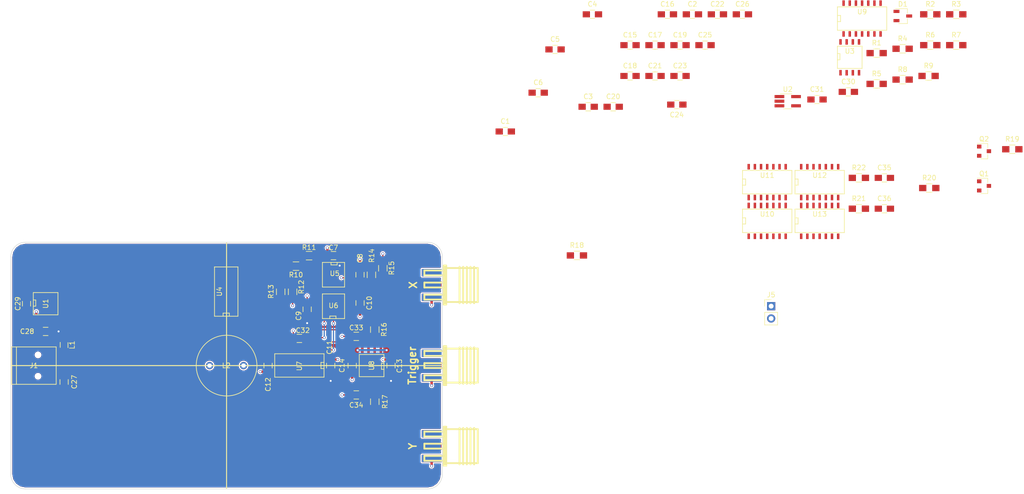
<source format=kicad_pcb>
(kicad_pcb (version 4) (host pcbnew 4.0.7)
  (layers (0 F.Cu signal) (1 GND1.Cu signal) (2 GND2.Cu signal) (31 B.Cu signal) (34 B.Paste user) (35 F.Paste user) (36 B.SilkS user) (37 F.SilkS user) (38 B.Mask user) (39 F.Mask user) (44 Edge.Cuts user))
  (net 0 "")
  (net 1 +VDC)
  (net 2 GNDREF)
  (net 3 -VDC)
  (net 4 "Net-(C27-Pad1)")
  (net 5 "Net-(C29-Pad1)")
  (net 6 "Net-(C30-Pad1)")
  (net 7 "Net-(C31-Pad1)")
  (net 8 "Net-(C32-Pad1)")
  (net 9 "Net-(C33-Pad1)")
  (net 10 "Net-(C34-Pad1)")
  (net 11 "Net-(C35-Pad1)")
  (net 12 "Net-(C36-Pad1)")
  (net 13 "Net-(D1-Pad1)")
  (net 14 "Net-(D1-Pad2)")
  (net 15 "Net-(J1-Pad2)")
  (net 16 "Net-(J1-Pad3)")
  (net 17 "Net-(J1-Pad4)")
  (net 18 "Net-(J2-Pad1)")
  (net 19 "Net-(J3-Pad1)")
  (net 20 "Net-(J4-Pad1)")
  (net 21 "Net-(Q1-Pad1)")
  (net 22 CLOCK_CYCLE_0)
  (net 23 CLOCK_CYCLE_2)
  (net 24 "Net-(R4-Pad1)")
  (net 25 "Net-(R5-Pad2)")
  (net 26 "Net-(R6-Pad1)")
  (net 27 "Net-(R7-Pad2)")
  (net 28 COORDINATE)
  (net 29 "Net-(R10-Pad2)")
  (net 30 "Net-(R12-Pad1)")
  (net 31 "Net-(R13-Pad2)")
  (net 32 "Net-(R14-Pad1)")
  (net 33 "Net-(R14-Pad2)")
  (net 34 FRACTAL_X)
  (net 35 FRACTAL_Y)
  (net 36 FRACTAL_TRIGGER)
  (net 37 CHUA_ATTRACTOR)
  (net 38 CLOCK)
  (net 39 "Net-(U3-Pad6)")
  (net 40 "Net-(U3-Pad5)")
  (net 41 "Net-(U4-Pad6)")
  (net 42 "Net-(U4-Pad8)")
  (net 43 "Net-(U4-Pad9)")
  (net 44 "Net-(U5-Pad3)")
  (net 45 "Net-(U5-Pad2)")
  (net 46 "Net-(U6-Pad1)")
  (net 47 CLOCK_CYCLE_3)
  (net 48 CLOCK_CYCLE_1)
  (net 49 "Net-(U9-Pad4)")
  (net 50 RESET)
  (net 51 "Net-(U9-Pad8)")
  (net 52 "Net-(U9-Pad10)")
  (net 53 "Net-(U10-Pad6)")
  (net 54 "Net-(U10-Pad8)")
  (net 55 "Net-(U10-Pad9)")
  (net 56 "Net-(U11-Pad6)")
  (net 57 "Net-(U11-Pad8)")
  (net 58 "Net-(U11-Pad9)")
  (net 59 "Net-(U12-Pad6)")
  (net 60 "Net-(U12-Pad8)")
  (net 61 "Net-(U12-Pad9)")
  (net 62 "Net-(U13-Pad6)")
  (net 63 "Net-(U13-Pad8)")
  (net 64 "Net-(J5-Pad1)")
  (module Capacitors_SMD:C_0805_HandSoldering (layer F.Cu) (at 206.975001 48.465)
    (fp_text reference C1 (at 0 -2.1) (layer F.SilkS))
    (fp_text value 0.1uF)
    (pad 1 smd rect (at -1.25 0) (size 1.5 1.25) (layers F.Cu F.Paste F.Mask) (net 1 +VDC))
    (pad 2 smd rect (at 1.25 0) (size 1.5 1.25) (layers F.Cu F.Paste F.Mask) (net 2 GNDREF))
  )
  (module Capacitors_SMD:C_0805_HandSoldering (layer F.Cu) (at 245.525001 24.325)
    (fp_text reference C2 (at 0 -2.1) (layer F.SilkS))
    (fp_text value 0.1uF)
    (pad 1 smd rect (at -1.25 0) (size 1.5 1.25) (layers F.Cu F.Paste F.Mask) (net 2 GNDREF))
    (pad 2 smd rect (at 1.25 0) (size 1.5 1.25) (layers F.Cu F.Paste F.Mask) (net 3 -VDC))
  )
  (module Capacitors_SMD:C_0805_HandSoldering (layer F.Cu) (at 224.055001 43.375)
    (fp_text reference C3 (at 0 -2.1) (layer F.SilkS))
    (fp_text value 0.1uF)
    (pad 1 smd rect (at -1.25 0) (size 1.5 1.25) (layers F.Cu F.Paste F.Mask) (net 1 +VDC))
    (pad 2 smd rect (at 1.25 0) (size 1.5 1.25) (layers F.Cu F.Paste F.Mask) (net 2 GNDREF))
  )
  (module Capacitors_SMD:C_0805_HandSoldering (layer F.Cu) (at 224.925001 24.325)
    (fp_text reference C4 (at 0 -2.1) (layer F.SilkS))
    (fp_text value 0.1uF)
    (pad 1 smd rect (at -1.25 0) (size 1.5 1.25) (layers F.Cu F.Paste F.Mask) (net 2 GNDREF))
    (pad 2 smd rect (at 1.25 0) (size 1.5 1.25) (layers F.Cu F.Paste F.Mask) (net 3 -VDC))
  )
  (module Capacitors_SMD:C_0805_HandSoldering (layer F.Cu) (at 217.225001 31.555)
    (fp_text reference C5 (at 0 -2.1) (layer F.SilkS))
    (fp_text value 0.1uF)
    (pad 1 smd rect (at -1.25 0) (size 1.5 1.25) (layers F.Cu F.Paste F.Mask) (net 1 +VDC))
    (pad 2 smd rect (at 1.25 0) (size 1.5 1.25) (layers F.Cu F.Paste F.Mask) (net 2 GNDREF))
  )
  (module Capacitors_SMD:C_0805_HandSoldering (layer F.Cu) (at 213.755001 40.475)
    (fp_text reference C6 (at 0 -2.1) (layer F.SilkS))
    (fp_text value 0.1uF)
    (pad 1 smd rect (at -1.25 0) (size 1.5 1.25) (layers F.Cu F.Paste F.Mask) (net 2 GNDREF))
    (pad 2 smd rect (at 1.25 0) (size 1.5 1.25) (layers F.Cu F.Paste F.Mask) (net 3 -VDC))
  )
  (module Capacitors_SMD:C_0805_HandSoldering (layer F.Cu) (at 171.577 74.041 180)
    (fp_text reference C7 (at 0.027 1.641 180) (layer F.SilkS))
    (fp_text value 0.1uF)
    (pad 1 smd rect (at -1.25 0 180) (size 1.5 1.25) (layers F.Cu F.Paste F.Mask) (net 1 +VDC))
    (pad 2 smd rect (at 1.25 0 180) (size 1.5 1.25) (layers F.Cu F.Paste F.Mask) (net 2 GNDREF))
  )
  (module Capacitors_SMD:C_0805_HandSoldering (layer F.Cu) (at 177.038 77.978 270)
    (fp_text reference C8 (at -3.378 -0.012 270) (layer F.SilkS))
    (fp_text value 0.1uF)
    (pad 1 smd rect (at -1.25 0 270) (size 1.5 1.25) (layers F.Cu F.Paste F.Mask) (net 2 GNDREF))
    (pad 2 smd rect (at 1.25 0 270) (size 1.5 1.25) (layers F.Cu F.Paste F.Mask) (net 3 -VDC))
  )
  (module Capacitors_SMD:C_0805_HandSoldering (layer F.Cu) (at 166.15 85.1 90)
    (fp_text reference C9 (at -1.35 -1.75 90) (layer F.SilkS))
    (fp_text value 0.1uF)
    (pad 1 smd rect (at -1.25 0 90) (size 1.5 1.25) (layers F.Cu F.Paste F.Mask) (net 1 +VDC))
    (pad 2 smd rect (at 1.25 0 90) (size 1.5 1.25) (layers F.Cu F.Paste F.Mask) (net 2 GNDREF))
  )
  (module Capacitors_SMD:C_0805_HandSoldering (layer F.Cu) (at 177.05 83.8 90)
    (fp_text reference C10 (at 0 1.905 90) (layer F.SilkS))
    (fp_text value 0.1uF)
    (pad 1 smd rect (at -1.25 0 90) (size 1.5 1.25) (layers F.Cu F.Paste F.Mask) (net 2 GNDREF))
    (pad 2 smd rect (at 1.25 0 90) (size 1.5 1.25) (layers F.Cu F.Paste F.Mask) (net 3 -VDC))
  )
  (module Capacitors_SMD:C_0805_HandSoldering (layer F.Cu) (at 171 96.7 90)
    (fp_text reference C11 (at 3.75 -0.25 90) (layer F.SilkS))
    (fp_text value 0.1uF)
    (pad 1 smd rect (at -1.25 0 90) (size 1.5 1.25) (layers F.Cu F.Paste F.Mask) (net 1 +VDC))
    (pad 2 smd rect (at 1.25 0 90) (size 1.5 1.25) (layers F.Cu F.Paste F.Mask) (net 2 GNDREF))
  )
  (module Capacitors_SMD:C_0805_HandSoldering (layer F.Cu) (at 158.1 96.7 90)
    (fp_text reference C12 (at -3.9 0 90) (layer F.SilkS))
    (fp_text value 0.1uF)
    (pad 1 smd rect (at -1.25 0 90) (size 1.5 1.25) (layers F.Cu F.Paste F.Mask) (net 2 GNDREF))
    (pad 2 smd rect (at 1.25 0 90) (size 1.5 1.25) (layers F.Cu F.Paste F.Mask) (net 3 -VDC))
  )
  (module Capacitors_SMD:C_0805_HandSoldering (layer F.Cu) (at 183.429 96.7 90)
    (fp_text reference C13 (at -0.074 1.737 90) (layer F.SilkS))
    (fp_text value 0.1uF)
    (pad 1 smd rect (at -1.25 0 90) (size 1.5 1.25) (layers F.Cu F.Paste F.Mask) (net 1 +VDC))
    (pad 2 smd rect (at 1.25 0 90) (size 1.5 1.25) (layers F.Cu F.Paste F.Mask) (net 2 GNDREF))
  )
  (module Capacitors_SMD:C_0805_HandSoldering (layer F.Cu) (at 175.429 96.7 90)
    (fp_text reference C14 (at 0 -2.1 90) (layer F.SilkS))
    (fp_text value 0.1uF)
    (pad 1 smd rect (at -1.25 0 90) (size 1.5 1.25) (layers F.Cu F.Paste F.Mask) (net 2 GNDREF))
    (pad 2 smd rect (at 1.25 0 90) (size 1.5 1.25) (layers F.Cu F.Paste F.Mask) (net 3 -VDC))
  )
  (module Capacitors_SMD:C_0805_HandSoldering (layer F.Cu) (at 232.675001 30.675)
    (fp_text reference C15 (at 0 -2.1) (layer F.SilkS))
    (fp_text value 0.1uF)
    (pad 1 smd rect (at -1.25 0) (size 1.5 1.25) (layers F.Cu F.Paste F.Mask) (net 1 +VDC))
    (pad 2 smd rect (at 1.25 0) (size 1.5 1.25) (layers F.Cu F.Paste F.Mask) (net 2 GNDREF))
  )
  (module Capacitors_SMD:C_0805_HandSoldering (layer F.Cu) (at 240.375001 24.325)
    (fp_text reference C16 (at 0 -2.1) (layer F.SilkS))
    (fp_text value 0.1uF)
    (pad 1 smd rect (at -1.25 0) (size 1.5 1.25) (layers F.Cu F.Paste F.Mask) (net 2 GNDREF))
    (pad 2 smd rect (at 1.25 0) (size 1.5 1.25) (layers F.Cu F.Paste F.Mask) (net 3 -VDC))
  )
  (module Capacitors_SMD:C_0805_HandSoldering (layer F.Cu) (at 237.825001 30.675)
    (fp_text reference C17 (at 0 -2.1) (layer F.SilkS))
    (fp_text value 0.1uF)
    (pad 1 smd rect (at -1.25 0) (size 1.5 1.25) (layers F.Cu F.Paste F.Mask) (net 1 +VDC))
    (pad 2 smd rect (at 1.25 0) (size 1.5 1.25) (layers F.Cu F.Paste F.Mask) (net 2 GNDREF))
  )
  (module Capacitors_SMD:C_0805_HandSoldering (layer F.Cu) (at 232.675001 37.025)
    (fp_text reference C18 (at 0 -2.1) (layer F.SilkS))
    (fp_text value 0.1uF)
    (pad 1 smd rect (at -1.25 0) (size 1.5 1.25) (layers F.Cu F.Paste F.Mask) (net 2 GNDREF))
    (pad 2 smd rect (at 1.25 0) (size 1.5 1.25) (layers F.Cu F.Paste F.Mask) (net 3 -VDC))
  )
  (module Capacitors_SMD:C_0805_HandSoldering (layer F.Cu) (at 242.975001 30.675)
    (fp_text reference C19 (at 0 -2.1) (layer F.SilkS))
    (fp_text value 0.1uF)
    (pad 1 smd rect (at -1.25 0) (size 1.5 1.25) (layers F.Cu F.Paste F.Mask) (net 1 +VDC))
    (pad 2 smd rect (at 1.25 0) (size 1.5 1.25) (layers F.Cu F.Paste F.Mask) (net 2 GNDREF))
  )
  (module Capacitors_SMD:C_0805_HandSoldering (layer F.Cu) (at 229.205001 43.375)
    (fp_text reference C20 (at 0 -2.1) (layer F.SilkS))
    (fp_text value 0.1uF)
    (pad 1 smd rect (at -1.25 0) (size 1.5 1.25) (layers F.Cu F.Paste F.Mask) (net 2 GNDREF))
    (pad 2 smd rect (at 1.25 0) (size 1.5 1.25) (layers F.Cu F.Paste F.Mask) (net 3 -VDC))
  )
  (module Capacitors_SMD:C_0805_HandSoldering (layer F.Cu) (at 237.825001 37.025)
    (fp_text reference C21 (at 0 -2.1) (layer F.SilkS))
    (fp_text value 0.1uF)
    (pad 1 smd rect (at -1.25 0) (size 1.5 1.25) (layers F.Cu F.Paste F.Mask) (net 1 +VDC))
    (pad 2 smd rect (at 1.25 0) (size 1.5 1.25) (layers F.Cu F.Paste F.Mask) (net 2 GNDREF))
  )
  (module Capacitors_SMD:C_0805_HandSoldering (layer F.Cu) (at 250.675001 24.325)
    (fp_text reference C22 (at 0 -2.1) (layer F.SilkS))
    (fp_text value 0.1uF)
    (pad 1 smd rect (at -1.25 0) (size 1.5 1.25) (layers F.Cu F.Paste F.Mask) (net 2 GNDREF))
    (pad 2 smd rect (at 1.25 0) (size 1.5 1.25) (layers F.Cu F.Paste F.Mask) (net 3 -VDC))
  )
  (module Capacitors_SMD:C_0805_HandSoldering (layer F.Cu) (at 242.975001 37.025)
    (fp_text reference C23 (at 0 -2.1) (layer F.SilkS))
    (fp_text value 0.1uF)
    (pad 1 smd rect (at -1.25 0) (size 1.5 1.25) (layers F.Cu F.Paste F.Mask) (net 1 +VDC))
    (pad 2 smd rect (at 1.25 0) (size 1.5 1.25) (layers F.Cu F.Paste F.Mask) (net 2 GNDREF))
  )
  (module Capacitors_SMD:C_0805_HandSoldering (layer F.Cu) (at 242.316 42.926 180)
    (fp_text reference C24 (at 0 -2.1 180) (layer F.SilkS))
    (fp_text value 0.1uF)
    (pad 1 smd rect (at -1.25 0 180) (size 1.5 1.25) (layers F.Cu F.Paste F.Mask) (net 2 GNDREF))
    (pad 2 smd rect (at 1.25 0 180) (size 1.5 1.25) (layers F.Cu F.Paste F.Mask) (net 3 -VDC))
  )
  (module Capacitors_SMD:C_0805_HandSoldering (layer F.Cu) (at 248.125001 30.675)
    (fp_text reference C25 (at 0 -2.1) (layer F.SilkS))
    (fp_text value 10uF)
    (pad 1 smd rect (at -1.25 0) (size 1.5 1.25) (layers F.Cu F.Paste F.Mask) (net 1 +VDC))
    (pad 2 smd rect (at 1.25 0) (size 1.5 1.25) (layers F.Cu F.Paste F.Mask) (net 2 GNDREF))
  )
  (module Capacitors_SMD:C_0805_HandSoldering (layer F.Cu) (at 255.825001 24.325)
    (fp_text reference C26 (at 0 -2.1) (layer F.SilkS))
    (fp_text value 10uF)
    (pad 1 smd rect (at -1.25 0) (size 1.5 1.25) (layers F.Cu F.Paste F.Mask) (net 2 GNDREF))
    (pad 2 smd rect (at 1.25 0) (size 1.5 1.25) (layers F.Cu F.Paste F.Mask) (net 3 -VDC))
  )
  (module Capacitors_SMD:C_0805_HandSoldering (layer F.Cu) (at 116.078 100.076 270)
    (fp_text reference C27 (at 0 -2.1 270) (layer F.SilkS))
    (fp_text value 0.1uF)
    (pad 1 smd rect (at -1.25 0 270) (size 1.5 1.25) (layers F.Cu F.Paste F.Mask) (net 4 "Net-(C27-Pad1)"))
    (pad 2 smd rect (at 1.25 0 270) (size 1.5 1.25) (layers F.Cu F.Paste F.Mask) (net 3 -VDC))
  )
  (module Capacitors_SMD:C_0805_HandSoldering (layer F.Cu) (at 112.268 89.662 180)
    (fp_text reference C28 (at 3.81 0 180) (layer F.SilkS))
    (fp_text value 10uF)
    (pad 1 smd rect (at -1.25 0 180) (size 1.5 1.25) (layers F.Cu F.Paste F.Mask) (net 1 +VDC))
    (pad 2 smd rect (at 1.25 0 180) (size 1.5 1.25) (layers F.Cu F.Paste F.Mask) (net 3 -VDC))
  )
  (module Capacitors_SMD:C_0805_HandSoldering (layer F.Cu) (at 108.331 83.947 270)
    (fp_text reference C29 (at 0 1.778 270) (layer F.SilkS))
    (fp_text value 0.1uF)
    (pad 1 smd rect (at -1.25 0 270) (size 1.5 1.25) (layers F.Cu F.Paste F.Mask) (net 5 "Net-(C29-Pad1)"))
    (pad 2 smd rect (at 1.25 0 270) (size 1.5 1.25) (layers F.Cu F.Paste F.Mask) (net 3 -VDC))
  )
  (module Capacitors_SMD:C_0805_HandSoldering (layer F.Cu) (at 277.655001 40.305)
    (fp_text reference C30 (at 0 -2.1) (layer F.SilkS))
    (fp_text value 0.1uF)
    (pad 1 smd rect (at -1.25 0) (size 1.5 1.25) (layers F.Cu F.Paste F.Mask) (net 6 "Net-(C30-Pad1)"))
    (pad 2 smd rect (at 1.25 0) (size 1.5 1.25) (layers F.Cu F.Paste F.Mask) (net 2 GNDREF))
  )
  (module Capacitors_SMD:C_0805_HandSoldering (layer F.Cu) (at 271.197619 41.875)
    (fp_text reference C31 (at 0 -2.1) (layer F.SilkS))
    (fp_text value 0.01uF)
    (pad 1 smd rect (at -1.25 0) (size 1.5 1.25) (layers F.Cu F.Paste F.Mask) (net 7 "Net-(C31-Pad1)"))
    (pad 2 smd rect (at 1.25 0) (size 1.5 1.25) (layers F.Cu F.Paste F.Mask) (net 2 GNDREF))
  )
  (module Capacitors_SMD:C_0805_HandSoldering (layer F.Cu) (at 164.55 91.1 180)
    (fp_text reference C32 (at -0.7 1.65 180) (layer F.SilkS))
    (fp_text value 1500pF)
    (pad 1 smd rect (at -1.25 0 180) (size 1.5 1.25) (layers F.Cu F.Paste F.Mask) (net 8 "Net-(C32-Pad1)"))
    (pad 2 smd rect (at 1.25 0 180) (size 1.5 1.25) (layers F.Cu F.Paste F.Mask) (net 2 GNDREF))
  )
  (module Capacitors_SMD:C_0805_HandSoldering (layer F.Cu) (at 176.276 90.678 180)
    (fp_text reference C33 (at 0 1.778 180) (layer F.SilkS))
    (fp_text value 1500pF)
    (pad 1 smd rect (at -1.25 0 180) (size 1.5 1.25) (layers F.Cu F.Paste F.Mask) (net 9 "Net-(C33-Pad1)"))
    (pad 2 smd rect (at 1.25 0 180) (size 1.5 1.25) (layers F.Cu F.Paste F.Mask) (net 2 GNDREF))
  )
  (module Capacitors_SMD:C_0805_HandSoldering (layer F.Cu) (at 176.276 102.743 180)
    (fp_text reference C34 (at 0 -2.1 180) (layer F.SilkS))
    (fp_text value 1500pF)
    (pad 1 smd rect (at -1.25 0 180) (size 1.5 1.25) (layers F.Cu F.Paste F.Mask) (net 10 "Net-(C34-Pad1)"))
    (pad 2 smd rect (at 1.25 0 180) (size 1.5 1.25) (layers F.Cu F.Paste F.Mask) (net 2 GNDREF))
  )
  (module Capacitors_SMD:C_0805_HandSoldering (layer F.Cu) (at 285.075001 58.025)
    (fp_text reference C35 (at 0 -2.1) (layer F.SilkS))
    (fp_text value 0.1uF)
    (pad 1 smd rect (at -1.25 0) (size 1.5 1.25) (layers F.Cu F.Paste F.Mask) (net 11 "Net-(C35-Pad1)"))
    (pad 2 smd rect (at 1.25 0) (size 1.5 1.25) (layers F.Cu F.Paste F.Mask) (net 3 -VDC))
  )
  (module Capacitors_SMD:C_0805_HandSoldering (layer F.Cu) (at 285.075001 64.375)
    (fp_text reference C36 (at 0 -2.1) (layer F.SilkS))
    (fp_text value 0.1uF)
    (pad 1 smd rect (at -1.25 0) (size 1.5 1.25) (layers F.Cu F.Paste F.Mask) (net 12 "Net-(C36-Pad1)"))
    (pad 2 smd rect (at 1.25 0) (size 1.5 1.25) (layers F.Cu F.Paste F.Mask) (net 3 -VDC))
  )
  (module TO_SOT_Packages_SMD:TSOT-23 (layer F.Cu) (at 288.878095 24.675)
    (fp_text reference D1 (at 0 -2.45) (layer F.SilkS))
    (fp_text value BAT54S)
    (pad 1 smd rect (at -1.31 -0.95) (size 1.22 0.65) (layers F.Cu F.Paste F.Mask) (net 13 "Net-(D1-Pad1)"))
    (pad 2 smd rect (at -1.31 0.95) (size 1.22 0.65) (layers F.Cu F.Paste F.Mask) (net 14 "Net-(D1-Pad2)"))
    (pad 3 smd rect (at 1.31 0) (size 1.22 0.65) (layers F.Cu F.Paste F.Mask) (net 7 "Net-(C31-Pad1)"))
  )
  (module Connect:USB_Mini-B (layer F.Cu) (at 109.85 96.7)
    (fp_text reference J1 (at 0 0) (layer F.SilkS))
    (fp_text value USB_OTG)
    (pad 1 smd rect (at 3.44932 -1.6002) (size 2.30124 0.50038) (layers F.Cu F.Paste F.Mask) (net 4 "Net-(C27-Pad1)"))
    (pad 2 smd rect (at 3.44932 -0.8001) (size 2.30124 0.50038) (layers F.Cu F.Paste F.Mask) (net 15 "Net-(J1-Pad2)"))
    (pad 3 smd rect (at 3.44932 0) (size 2.30124 0.50038) (layers F.Cu F.Paste F.Mask) (net 16 "Net-(J1-Pad3)"))
    (pad 4 smd rect (at 3.44932 0.8001) (size 2.30124 0.50038) (layers F.Cu F.Paste F.Mask) (net 17 "Net-(J1-Pad4)"))
    (pad 5 smd rect (at 3.44932 1.6002) (size 2.30124 0.50038) (layers F.Cu F.Paste F.Mask) (net 3 -VDC))
    (pad 6 smd rect (at 3.35026 -4.45008) (size 2.49936 1.99898) (layers F.Cu F.Paste F.Mask) (net 3 -VDC))
    (pad 6 smd rect (at -2.14884 -4.45008) (size 2.49936 1.99898) (layers F.Cu F.Paste F.Mask) (net 3 -VDC))
    (pad 6 smd rect (at 3.35026 4.45008) (size 2.49936 1.99898) (layers F.Cu F.Paste F.Mask) (net 3 -VDC))
    (pad 6 smd rect (at -2.14884 4.45008) (size 2.49936 1.99898) (layers F.Cu F.Paste F.Mask) (net 3 -VDC))
    (pad "" np_thru_hole circle (at 0.8509 -2.19964) (size 0.89916 0.89916) (drill 0.89916) (layers *.Cu *.Mask))
    (pad "" np_thru_hole circle (at 0.8509 2.19964) (size 0.89916 0.89916) (drill 0.89916) (layers *.Cu *.Mask))
  )
  (module CON-SMA-EDGE:CON-SMA-EDGE (layer F.Cu) (at 191.8 80.1 90)
    (fp_text reference X (at 0 -3.8 270) (layer F.SilkS) (effects (font (thickness 0.3048))))
    (fp_text value X hide)
    (pad 1 smd rect (at 0 0 90) (size 1.524 4.064) (layers F.Cu F.Paste F.Mask) (net 18 "Net-(J2-Pad1)"))
    (pad 2 smd rect (at -2.54 0 90) (size 1.524 4.064) (layers F.Cu F.Paste F.Mask) (net 2 GNDREF))
    (pad 4 smd rect (at 2.54 0 90) (size 1.524 4.064) (layers F.Cu F.Paste F.Mask))
    (pad 3 smd rect (at -2.54 0 90) (size 1.524 4.064) (layers B.Cu B.Paste B.Mask))
    (pad 5 smd rect (at 2.54 0 90) (size 1.524 4.064) (layers B.Cu B.Paste B.Mask))
  )
  (module CON-SMA-EDGE:CON-SMA-EDGE (layer F.Cu) (at 191.8 113.3 90)
    (fp_text reference Y (at 0 -3.9 270) (layer F.SilkS) (effects (font (thickness 0.3048))))
    (fp_text value Y hide)
    (pad 1 smd rect (at 0 0 90) (size 1.524 4.064) (layers F.Cu F.Paste F.Mask) (net 19 "Net-(J3-Pad1)"))
    (pad 2 smd rect (at -2.54 0 90) (size 1.524 4.064) (layers F.Cu F.Paste F.Mask) (net 2 GNDREF))
    (pad 4 smd rect (at 2.54 0 90) (size 1.524 4.064) (layers F.Cu F.Paste F.Mask))
    (pad 3 smd rect (at -2.54 0 90) (size 1.524 4.064) (layers B.Cu B.Paste B.Mask))
    (pad 5 smd rect (at 2.54 0 90) (size 1.524 4.064) (layers B.Cu B.Paste B.Mask))
  )
  (module CON-SMA-EDGE:CON-SMA-EDGE (layer F.Cu) (at 191.8 96.7 90)
    (fp_text reference Trigger (at 0 -4 270) (layer F.SilkS) (effects (font (thickness 0.3048))))
    (fp_text value Trigger hide)
    (pad 1 smd rect (at 0 0 90) (size 1.524 4.064) (layers F.Cu F.Paste F.Mask) (net 20 "Net-(J4-Pad1)"))
    (pad 2 smd rect (at -2.54 0 90) (size 1.524 4.064) (layers F.Cu F.Paste F.Mask) (net 2 GNDREF))
    (pad 4 smd rect (at 2.54 0 90) (size 1.524 4.064) (layers F.Cu F.Paste F.Mask))
    (pad 3 smd rect (at -2.54 0 90) (size 1.524 4.064) (layers B.Cu B.Paste B.Mask))
    (pad 5 smd rect (at 2.54 0 90) (size 1.524 4.064) (layers B.Cu B.Paste B.Mask))
  )
  (module Choke_SMD:Choke_SMD_1206_Handsoldering (layer F.Cu) (at 116.078 92.456 90)
    (fp_text reference L1 (at 0 1.651 270) (layer F.SilkS))
    (fp_text value FB)
    (pad 1 smd rect (at -2.30124 0 90) (size 2.59842 1.19888) (layers F.Cu F.Paste F.Mask) (net 4 "Net-(C27-Pad1)"))
    (pad 2 smd rect (at 2.30124 0 90) (size 2.60096 1.19888) (layers F.Cu F.Paste F.Mask) (net 1 +VDC))
  )
  (module RLB1314:RLB1314-153 (layer F.Cu) (at 149.55 96.7 180)
    (fp_text reference L2 (at 0.05 0 180) (layer F.SilkS))
    (fp_text value 15mH)
    (pad 1 thru_hole circle (at 3.5 0 180) (size 1.524 1.524) (drill 0.9) (layers *.Cu *.Mask) (net 2 GNDREF))
    (pad 2 thru_hole circle (at -3.5 0 180) (size 1.524 1.524) (drill 0.9) (layers *.Cu *.Mask) (net 6 "Net-(C30-Pad1)"))
  )
  (module TO_SOT_Packages_SMD:SOT-23 (layer F.Cu) (at 305.614762 59.675)
    (fp_text reference Q1 (at 0 -2.5) (layer F.SilkS))
    (fp_text value 2N3904)
    (pad 1 smd rect (at -1 -0.95) (size 0.9 0.8) (layers F.Cu F.Paste F.Mask) (net 21 "Net-(Q1-Pad1)"))
    (pad 2 smd rect (at -1 0.95) (size 0.9 0.8) (layers F.Cu F.Paste F.Mask) (net 22 CLOCK_CYCLE_0))
    (pad 3 smd rect (at 1 0) (size 0.9 0.8) (layers F.Cu F.Paste F.Mask) (net 22 CLOCK_CYCLE_0))
  )
  (module TO_SOT_Packages_SMD:SOT-23 (layer F.Cu) (at 305.614762 52.525)
    (fp_text reference Q2 (at 0 -2.5) (layer F.SilkS))
    (fp_text value 2N3904)
    (pad 1 smd rect (at -1 -0.95) (size 0.9 0.8) (layers F.Cu F.Paste F.Mask) (net 21 "Net-(Q1-Pad1)"))
    (pad 2 smd rect (at -1 0.95) (size 0.9 0.8) (layers F.Cu F.Paste F.Mask) (net 23 CLOCK_CYCLE_2))
    (pad 3 smd rect (at 1 0) (size 0.9 0.8) (layers F.Cu F.Paste F.Mask) (net 23 CLOCK_CYCLE_2))
  )
  (module Resistors_SMD:R_0805_HandSoldering (layer F.Cu) (at 283.485001 32.315)
    (fp_text reference R1 (at 0 -2.1) (layer F.SilkS))
    (fp_text value 1.37k)
    (pad 1 smd rect (at -1.35 0) (size 1.5 1.3) (layers F.Cu F.Paste F.Mask) (net 6 "Net-(C30-Pad1)"))
    (pad 2 smd rect (at 1.35 0) (size 1.5 1.3) (layers F.Cu F.Paste F.Mask) (net 7 "Net-(C31-Pad1)"))
  )
  (module Resistors_SMD:R_0805_HandSoldering (layer F.Cu) (at 294.535001 24.325)
    (fp_text reference R2 (at 0 -2.1) (layer F.SilkS))
    (fp_text value 2.2k)
    (pad 1 smd rect (at -1.35 0) (size 1.5 1.3) (layers F.Cu F.Paste F.Mask) (net 14 "Net-(D1-Pad2)"))
    (pad 2 smd rect (at 1.35 0) (size 1.5 1.3) (layers F.Cu F.Paste F.Mask) (net 2 GNDREF))
  )
  (module Resistors_SMD:R_0805_HandSoldering (layer F.Cu) (at 299.885001 24.325)
    (fp_text reference R3 (at 0 -2.1) (layer F.SilkS))
    (fp_text value 2.2k)
    (pad 1 smd rect (at -1.35 0) (size 1.5 1.3) (layers F.Cu F.Paste F.Mask) (net 13 "Net-(D1-Pad1)"))
    (pad 2 smd rect (at 1.35 0) (size 1.5 1.3) (layers F.Cu F.Paste F.Mask) (net 2 GNDREF))
  )
  (module Resistors_SMD:R_0805_HandSoldering (layer F.Cu) (at 288.835001 31.425)
    (fp_text reference R4 (at 0 -2.1) (layer F.SilkS))
    (fp_text value 100k)
    (pad 1 smd rect (at -1.35 0) (size 1.5 1.3) (layers F.Cu F.Paste F.Mask) (net 24 "Net-(R4-Pad1)"))
    (pad 2 smd rect (at 1.35 0) (size 1.5 1.3) (layers F.Cu F.Paste F.Mask) (net 2 GNDREF))
  )
  (module Resistors_SMD:R_0805_HandSoldering (layer F.Cu) (at 283.485001 38.665)
    (fp_text reference R5 (at 0 -2.1) (layer F.SilkS))
    (fp_text value 1k)
    (pad 1 smd rect (at -1.35 0) (size 1.5 1.3) (layers F.Cu F.Paste F.Mask) (net 7 "Net-(C31-Pad1)"))
    (pad 2 smd rect (at 1.35 0) (size 1.5 1.3) (layers F.Cu F.Paste F.Mask) (net 25 "Net-(R5-Pad2)"))
  )
  (module Resistors_SMD:R_0805_HandSoldering (layer F.Cu) (at 294.535001 30.675)
    (fp_text reference R6 (at 0 -2.1) (layer F.SilkS))
    (fp_text value 1M)
    (pad 1 smd rect (at -1.35 0) (size 1.5 1.3) (layers F.Cu F.Paste F.Mask) (net 26 "Net-(R6-Pad1)"))
    (pad 2 smd rect (at 1.35 0) (size 1.5 1.3) (layers F.Cu F.Paste F.Mask) (net 24 "Net-(R4-Pad1)"))
  )
  (module Resistors_SMD:R_0805_HandSoldering (layer F.Cu) (at 299.885001 30.675)
    (fp_text reference R7 (at 0 -2.1) (layer F.SilkS))
    (fp_text value 1k)
    (pad 1 smd rect (at -1.35 0) (size 1.5 1.3) (layers F.Cu F.Paste F.Mask) (net 25 "Net-(R5-Pad2)"))
    (pad 2 smd rect (at 1.35 0) (size 1.5 1.3) (layers F.Cu F.Paste F.Mask) (net 27 "Net-(R7-Pad2)"))
  )
  (module Resistors_SMD:R_0805_HandSoldering (layer F.Cu) (at 288.835001 37.775)
    (fp_text reference R8 (at 0 -2.1) (layer F.SilkS))
    (fp_text value 1k)
    (pad 1 smd rect (at -1.35 0) (size 1.5 1.3) (layers F.Cu F.Paste F.Mask) (net 27 "Net-(R7-Pad2)"))
    (pad 2 smd rect (at 1.35 0) (size 1.5 1.3) (layers F.Cu F.Paste F.Mask) (net 2 GNDREF))
  )
  (module Resistors_SMD:R_0805_HandSoldering (layer F.Cu) (at 294.185001 37.025)
    (fp_text reference R9 (at 0 -2.1) (layer F.SilkS))
    (fp_text value 1k)
    (pad 1 smd rect (at -1.35 0) (size 1.5 1.3) (layers F.Cu F.Paste F.Mask) (net 1 +VDC))
    (pad 2 smd rect (at 1.35 0) (size 1.5 1.3) (layers F.Cu F.Paste F.Mask) (net 26 "Net-(R6-Pad1)"))
  )
  (module Resistors_SMD:R_0805_HandSoldering (layer F.Cu) (at 163.85 76.2)
    (fp_text reference R10 (at 0 1.8) (layer F.SilkS))
    (fp_text value 15k)
    (pad 1 smd rect (at -1.35 0) (size 1.5 1.3) (layers F.Cu F.Paste F.Mask) (net 28 COORDINATE))
    (pad 2 smd rect (at 1.35 0) (size 1.5 1.3) (layers F.Cu F.Paste F.Mask) (net 29 "Net-(R10-Pad2)"))
  )
  (module Resistors_SMD:R_0805_HandSoldering (layer F.Cu) (at 166.55 74.05)
    (fp_text reference R11 (at 0 -1.7) (layer F.SilkS))
    (fp_text value 10k)
    (pad 1 smd rect (at -1.35 0) (size 1.5 1.3) (layers F.Cu F.Paste F.Mask) (net 29 "Net-(R10-Pad2)"))
    (pad 2 smd rect (at 1.35 0) (size 1.5 1.3) (layers F.Cu F.Paste F.Mask) (net 2 GNDREF))
  )
  (module Resistors_SMD:R_0805_HandSoldering (layer F.Cu) (at 163.15 81.5 270)
    (fp_text reference R12 (at -1 -1.8 270) (layer F.SilkS))
    (fp_text value 10k)
    (pad 1 smd rect (at -1.35 0 270) (size 1.5 1.3) (layers F.Cu F.Paste F.Mask) (net 30 "Net-(R12-Pad1)"))
    (pad 2 smd rect (at 1.35 0 270) (size 1.5 1.3) (layers F.Cu F.Paste F.Mask) (net 2 GNDREF))
  )
  (module Resistors_SMD:R_0805_HandSoldering (layer F.Cu) (at 160.7 81.5 270)
    (fp_text reference R13 (at -0.05 2 270) (layer F.SilkS))
    (fp_text value 10k)
    (pad 1 smd rect (at -1.35 0 270) (size 1.5 1.3) (layers F.Cu F.Paste F.Mask) (net 30 "Net-(R12-Pad1)"))
    (pad 2 smd rect (at 1.35 0 270) (size 1.5 1.3) (layers F.Cu F.Paste F.Mask) (net 31 "Net-(R13-Pad2)"))
  )
  (module Resistors_SMD:R_0805_HandSoldering (layer F.Cu) (at 179.4 78 270)
    (fp_text reference R14 (at -3.95 -0.05 270) (layer F.SilkS))
    (fp_text value 10k)
    (pad 1 smd rect (at -1.35 0 270) (size 1.5 1.3) (layers F.Cu F.Paste F.Mask) (net 32 "Net-(R14-Pad1)"))
    (pad 2 smd rect (at 1.35 0 270) (size 1.5 1.3) (layers F.Cu F.Paste F.Mask) (net 33 "Net-(R14-Pad2)"))
  )
  (module Resistors_SMD:R_0805_HandSoldering (layer F.Cu) (at 181.75 76.65 90)
    (fp_text reference R15 (at 0.05 1.8 90) (layer F.SilkS))
    (fp_text value 10k)
    (pad 1 smd rect (at -1.35 0 90) (size 1.5 1.3) (layers F.Cu F.Paste F.Mask) (net 33 "Net-(R14-Pad2)"))
    (pad 2 smd rect (at 1.35 0 90) (size 1.5 1.3) (layers F.Cu F.Paste F.Mask) (net 2 GNDREF))
  )
  (module Resistors_SMD:R_0805_HandSoldering (layer F.Cu) (at 180.086 89.281 90)
    (fp_text reference R16 (at 0 1.905 90) (layer F.SilkS))
    (fp_text value 2.2k)
    (pad 1 smd rect (at -1.35 0 90) (size 1.5 1.3) (layers F.Cu F.Paste F.Mask) (net 34 FRACTAL_X))
    (pad 2 smd rect (at 1.35 0 90) (size 1.5 1.3) (layers F.Cu F.Paste F.Mask) (net 18 "Net-(J2-Pad1)"))
  )
  (module Resistors_SMD:R_0805_HandSoldering (layer F.Cu) (at 180.086 104.14 270)
    (fp_text reference R17 (at 0 -2.1 270) (layer F.SilkS))
    (fp_text value 2.2k)
    (pad 1 smd rect (at -1.35 0 270) (size 1.5 1.3) (layers F.Cu F.Paste F.Mask) (net 35 FRACTAL_Y))
    (pad 2 smd rect (at 1.35 0 270) (size 1.5 1.3) (layers F.Cu F.Paste F.Mask) (net 19 "Net-(J3-Pad1)"))
  )
  (module Resistors_SMD:R_0805_HandSoldering (layer F.Cu) (at 221.735001 74.005)
    (fp_text reference R18 (at 0 -2.1) (layer F.SilkS))
    (fp_text value 2.2k)
    (pad 1 smd rect (at -1.35 0) (size 1.5 1.3) (layers F.Cu F.Paste F.Mask) (net 36 FRACTAL_TRIGGER))
    (pad 2 smd rect (at 1.35 0) (size 1.5 1.3) (layers F.Cu F.Paste F.Mask) (net 20 "Net-(J4-Pad1)"))
  )
  (module Resistors_SMD:R_0805_HandSoldering (layer F.Cu) (at 311.435001 52.125)
    (fp_text reference R19 (at 0 -2.1) (layer F.SilkS))
    (fp_text value 2.2k)
    (pad 1 smd rect (at -1.35 0) (size 1.5 1.3) (layers F.Cu F.Paste F.Mask) (net 37 CHUA_ATTRACTOR))
    (pad 2 smd rect (at 1.35 0) (size 1.5 1.3) (layers F.Cu F.Paste F.Mask) (net 64 "Net-(J5-Pad1)"))
  )
  (module Resistors_SMD:R_0805_HandSoldering (layer F.Cu) (at 294.325001 60.115)
    (fp_text reference R20 (at 0 -2.1) (layer F.SilkS))
    (fp_text value 2.2k)
    (pad 1 smd rect (at -1.35 0) (size 1.5 1.3) (layers F.Cu F.Paste F.Mask) (net 21 "Net-(Q1-Pad1)"))
    (pad 2 smd rect (at 1.35 0) (size 1.5 1.3) (layers F.Cu F.Paste F.Mask) (net 3 -VDC))
  )
  (module Resistors_SMD:R_0805_HandSoldering (layer F.Cu) (at 279.825001 64.375)
    (fp_text reference R21 (at 0 -2.1) (layer F.SilkS))
    (fp_text value 10M)
    (pad 1 smd rect (at -1.35 0) (size 1.5 1.3) (layers F.Cu F.Paste F.Mask) (net 1 +VDC))
    (pad 2 smd rect (at 1.35 0) (size 1.5 1.3) (layers F.Cu F.Paste F.Mask) (net 11 "Net-(C35-Pad1)"))
  )
  (module Resistors_SMD:R_0805_HandSoldering (layer F.Cu) (at 279.825001 58.025)
    (fp_text reference R22 (at 0 -2.1) (layer F.SilkS))
    (fp_text value 56k)
    (pad 1 smd rect (at -1.35 0) (size 1.5 1.3) (layers F.Cu F.Paste F.Mask) (net 12 "Net-(C36-Pad1)"))
    (pad 2 smd rect (at 1.35 0) (size 1.5 1.3) (layers F.Cu F.Paste F.Mask) (net 38 CLOCK))
  )
  (module SMD_Packages:SOIC-8-N (layer F.Cu) (at 112.268 83.947)
    (fp_text reference U1 (at 0.014 -0.001 270) (layer F.SilkS))
    (fp_text value TLE2426)
    (pad 8 smd rect (at -1.905 -3.175) (size 0.508 1.143) (layers F.Cu F.Paste F.Mask) (net 5 "Net-(C29-Pad1)"))
    (pad 7 smd rect (at -0.635 -3.175) (size 0.508 1.143) (layers F.Cu F.Paste F.Mask))
    (pad 6 smd rect (at 0.635 -3.175) (size 0.508 1.143) (layers F.Cu F.Paste F.Mask))
    (pad 5 smd rect (at 1.905 -3.175) (size 0.508 1.143) (layers F.Cu F.Paste F.Mask))
    (pad 4 smd rect (at 1.905 3.175) (size 0.508 1.143) (layers F.Cu F.Paste F.Mask))
    (pad 3 smd rect (at 0.635 3.175) (size 0.508 1.143) (layers F.Cu F.Paste F.Mask) (net 1 +VDC))
    (pad 2 smd rect (at -0.635 3.175) (size 0.508 1.143) (layers F.Cu F.Paste F.Mask) (net 3 -VDC))
    (pad 1 smd rect (at -1.905 3.175) (size 0.508 1.143) (layers F.Cu F.Paste F.Mask) (net 2 GNDREF))
  )
  (module TO_SOT_Packages_SMD:TSOT-23-5_HandSoldering (layer F.Cu) (at 265.165001 42.225)
    (fp_text reference U2 (at 0 -2.45) (layer F.SilkS))
    (fp_text value TLV271)
    (pad 1 smd rect (at -1.71 -0.95) (size 2 0.65) (layers F.Cu F.Paste F.Mask) (net 25 "Net-(R5-Pad2)"))
    (pad 2 smd rect (at -1.71 0) (size 2 0.65) (layers F.Cu F.Paste F.Mask) (net 3 -VDC))
    (pad 3 smd rect (at -1.71 0.95) (size 2 0.65) (layers F.Cu F.Paste F.Mask) (net 7 "Net-(C31-Pad1)"))
    (pad 4 smd rect (at 1.71 0.95) (size 2 0.65) (layers F.Cu F.Paste F.Mask) (net 27 "Net-(R7-Pad2)"))
    (pad 5 smd rect (at 1.71 -0.95) (size 2 0.65) (layers F.Cu F.Paste F.Mask) (net 1 +VDC))
  )
  (module SMD_Packages:SOIC-8-N (layer F.Cu) (at 277.945001 33.1865)
    (fp_text reference U3 (at 0 -1.27) (layer F.SilkS))
    (fp_text value LM311)
    (pad 8 smd rect (at -1.905 -3.175) (size 0.508 1.143) (layers F.Cu F.Paste F.Mask) (net 1 +VDC))
    (pad 7 smd rect (at -0.635 -3.175) (size 0.508 1.143) (layers F.Cu F.Paste F.Mask) (net 26 "Net-(R6-Pad1)"))
    (pad 6 smd rect (at 0.635 -3.175) (size 0.508 1.143) (layers F.Cu F.Paste F.Mask) (net 39 "Net-(U3-Pad6)"))
    (pad 5 smd rect (at 1.905 -3.175) (size 0.508 1.143) (layers F.Cu F.Paste F.Mask) (net 40 "Net-(U3-Pad5)"))
    (pad 4 smd rect (at 1.905 3.175) (size 0.508 1.143) (layers F.Cu F.Paste F.Mask) (net 3 -VDC))
    (pad 3 smd rect (at 0.635 3.175) (size 0.508 1.143) (layers F.Cu F.Paste F.Mask) (net 7 "Net-(C31-Pad1)"))
    (pad 2 smd rect (at -0.635 3.175) (size 0.508 1.143) (layers F.Cu F.Paste F.Mask) (net 24 "Net-(R4-Pad1)"))
    (pad 1 smd rect (at -1.905 3.175) (size 0.508 1.143) (layers F.Cu F.Paste F.Mask) (net 3 -VDC))
  )
  (module SMD_Packages:SOIC-14_N (layer F.Cu) (at 149.35 81.45 90)
    (fp_text reference U4 (at 0 -1.27 90) (layer F.SilkS))
    (fp_text value 74HC74)
    (pad 1 smd rect (at -3.81 3.302 90) (size 0.508 1.143) (layers F.Cu F.Paste F.Mask) (net 1 +VDC))
    (pad 2 smd rect (at -2.54 3.302 90) (size 0.508 1.143) (layers F.Cu F.Paste F.Mask) (net 64 "Net-(J5-Pad1)"))
    (pad 3 smd rect (at -1.27 3.302 90) (size 0.508 1.143) (layers F.Cu F.Paste F.Mask) (net 21 "Net-(Q1-Pad1)"))
    (pad 4 smd rect (at 0 3.302 90) (size 0.508 1.143) (layers F.Cu F.Paste F.Mask) (net 1 +VDC))
    (pad 5 smd rect (at 1.27 3.302 90) (size 0.508 1.143) (layers F.Cu F.Paste F.Mask) (net 28 COORDINATE))
    (pad 6 smd rect (at 2.54 3.302 90) (size 0.508 1.143) (layers F.Cu F.Paste F.Mask) (net 41 "Net-(U4-Pad6)"))
    (pad 7 smd rect (at 3.81 3.302 90) (size 0.508 1.143) (layers F.Cu F.Paste F.Mask) (net 3 -VDC))
    (pad 8 smd rect (at 3.81 -3.048 90) (size 0.508 1.143) (layers F.Cu F.Paste F.Mask) (net 42 "Net-(U4-Pad8)"))
    (pad 9 smd rect (at 2.54 -3.048 90) (size 0.508 1.143) (layers F.Cu F.Paste F.Mask) (net 43 "Net-(U4-Pad9)"))
    (pad 11 smd rect (at 0 -3.048 90) (size 0.508 1.143) (layers F.Cu F.Paste F.Mask) (net 3 -VDC))
    (pad 12 smd rect (at -1.27 -3.048 90) (size 0.508 1.143) (layers F.Cu F.Paste F.Mask) (net 3 -VDC))
    (pad 13 smd rect (at -2.54 -3.048 90) (size 0.508 1.143) (layers F.Cu F.Paste F.Mask) (net 3 -VDC))
    (pad 14 smd rect (at -3.81 -3.048 90) (size 0.508 1.143) (layers F.Cu F.Paste F.Mask) (net 1 +VDC))
    (pad 10 smd rect (at 1.27 -3.048 90) (size 0.508 1.143) (layers F.Cu F.Paste F.Mask) (net 1 +VDC))
  )
  (module SMD_Packages:SOIC-8-N (layer F.Cu) (at 171.577 77.978 270)
    (fp_text reference U5 (at -0.254 -0.254 360) (layer F.SilkS))
    (fp_text value INA826)
    (pad 8 smd rect (at -1.905 -3.175 270) (size 0.508 1.143) (layers F.Cu F.Paste F.Mask) (net 1 +VDC))
    (pad 7 smd rect (at -0.635 -3.175 270) (size 0.508 1.143) (layers F.Cu F.Paste F.Mask) (net 32 "Net-(R14-Pad1)"))
    (pad 6 smd rect (at 0.635 -3.175 270) (size 0.508 1.143) (layers F.Cu F.Paste F.Mask) (net 2 GNDREF))
    (pad 5 smd rect (at 1.905 -3.175 270) (size 0.508 1.143) (layers F.Cu F.Paste F.Mask) (net 3 -VDC))
    (pad 4 smd rect (at 1.905 3.175 270) (size 0.508 1.143) (layers F.Cu F.Paste F.Mask) (net 30 "Net-(R12-Pad1)"))
    (pad 3 smd rect (at 0.635 3.175 270) (size 0.508 1.143) (layers F.Cu F.Paste F.Mask) (net 44 "Net-(U5-Pad3)"))
    (pad 2 smd rect (at -0.635 3.175 270) (size 0.508 1.143) (layers F.Cu F.Paste F.Mask) (net 45 "Net-(U5-Pad2)"))
    (pad 1 smd rect (at -1.905 3.175 270) (size 0.508 1.143) (layers F.Cu F.Paste F.Mask) (net 29 "Net-(R10-Pad2)"))
  )
  (module SMD_Packages:SOIC-8-N (layer F.Cu) (at 171.577 84.47 90)
    (fp_text reference U6 (at 0.127 0 180) (layer F.SilkS))
    (fp_text value TLV272)
    (pad 8 smd rect (at -1.905 -3.175 90) (size 0.508 1.143) (layers F.Cu F.Paste F.Mask) (net 1 +VDC))
    (pad 7 smd rect (at -0.635 -3.175 90) (size 0.508 1.143) (layers F.Cu F.Paste F.Mask) (net 31 "Net-(R13-Pad2)"))
    (pad 6 smd rect (at 0.635 -3.175 90) (size 0.508 1.143) (layers F.Cu F.Paste F.Mask) (net 31 "Net-(R13-Pad2)"))
    (pad 5 smd rect (at 1.905 -3.175 90) (size 0.508 1.143) (layers F.Cu F.Paste F.Mask) (net 8 "Net-(C32-Pad1)"))
    (pad 4 smd rect (at 1.905 3.175 90) (size 0.508 1.143) (layers F.Cu F.Paste F.Mask) (net 3 -VDC))
    (pad 3 smd rect (at 0.635 3.175 90) (size 0.508 1.143) (layers F.Cu F.Paste F.Mask) (net 33 "Net-(R14-Pad2)"))
    (pad 2 smd rect (at -0.635 3.175 90) (size 0.508 1.143) (layers F.Cu F.Paste F.Mask) (net 46 "Net-(U6-Pad1)"))
    (pad 1 smd rect (at -1.905 3.175 90) (size 0.508 1.143) (layers F.Cu F.Paste F.Mask) (net 46 "Net-(U6-Pad1)"))
  )
  (module SMD_Packages:SOIC-14_N (layer F.Cu) (at 164.55 96.8 180)
    (fp_text reference U7 (at 0 0 270) (layer F.SilkS))
    (fp_text value 4066)
    (pad 1 smd rect (at -3.81 3.302 180) (size 0.508 1.143) (layers F.Cu F.Paste F.Mask) (net 46 "Net-(U6-Pad1)"))
    (pad 2 smd rect (at -2.54 3.302 180) (size 0.508 1.143) (layers F.Cu F.Paste F.Mask) (net 9 "Net-(C33-Pad1)"))
    (pad 3 smd rect (at -1.27 3.302 180) (size 0.508 1.143) (layers F.Cu F.Paste F.Mask) (net 8 "Net-(C32-Pad1)"))
    (pad 4 smd rect (at 0 3.302 180) (size 0.508 1.143) (layers F.Cu F.Paste F.Mask) (net 34 FRACTAL_X))
    (pad 5 smd rect (at 1.27 3.302 180) (size 0.508 1.143) (layers F.Cu F.Paste F.Mask) (net 22 CLOCK_CYCLE_0))
    (pad 6 smd rect (at 2.54 3.302 180) (size 0.508 1.143) (layers F.Cu F.Paste F.Mask) (net 23 CLOCK_CYCLE_2))
    (pad 7 smd rect (at 3.81 3.302 180) (size 0.508 1.143) (layers F.Cu F.Paste F.Mask) (net 3 -VDC))
    (pad 8 smd rect (at 3.81 -3.048 180) (size 0.508 1.143) (layers F.Cu F.Paste F.Mask) (net 35 FRACTAL_Y))
    (pad 9 smd rect (at 2.54 -3.048 180) (size 0.508 1.143) (layers F.Cu F.Paste F.Mask) (net 8 "Net-(C32-Pad1)"))
    (pad 11 smd rect (at 0 -3.048 180) (size 0.508 1.143) (layers F.Cu F.Paste F.Mask) (net 46 "Net-(U6-Pad1)"))
    (pad 12 smd rect (at -1.27 -3.048 180) (size 0.508 1.143) (layers F.Cu F.Paste F.Mask) (net 47 CLOCK_CYCLE_3))
    (pad 13 smd rect (at -2.54 -3.048 180) (size 0.508 1.143) (layers F.Cu F.Paste F.Mask) (net 48 CLOCK_CYCLE_1))
    (pad 14 smd rect (at -3.81 -3.048 180) (size 0.508 1.143) (layers F.Cu F.Paste F.Mask) (net 1 +VDC))
    (pad 10 smd rect (at 1.27 -3.048 180) (size 0.508 1.143) (layers F.Cu F.Paste F.Mask) (net 10 "Net-(C34-Pad1)"))
  )
  (module SMD_Packages:SOIC-8-N (layer F.Cu) (at 179.429 96.7 180)
    (fp_text reference U8 (at 0 0 270) (layer F.SilkS))
    (fp_text value TLV272)
    (pad 8 smd rect (at -1.905 -3.175 180) (size 0.508 1.143) (layers F.Cu F.Paste F.Mask) (net 1 +VDC))
    (pad 7 smd rect (at -0.635 -3.175 180) (size 0.508 1.143) (layers F.Cu F.Paste F.Mask) (net 35 FRACTAL_Y))
    (pad 6 smd rect (at 0.635 -3.175 180) (size 0.508 1.143) (layers F.Cu F.Paste F.Mask) (net 35 FRACTAL_Y))
    (pad 5 smd rect (at 1.905 -3.175 180) (size 0.508 1.143) (layers F.Cu F.Paste F.Mask) (net 10 "Net-(C34-Pad1)"))
    (pad 4 smd rect (at 1.905 3.175 180) (size 0.508 1.143) (layers F.Cu F.Paste F.Mask) (net 3 -VDC))
    (pad 3 smd rect (at 0.635 3.175 180) (size 0.508 1.143) (layers F.Cu F.Paste F.Mask) (net 9 "Net-(C33-Pad1)"))
    (pad 2 smd rect (at -0.635 3.175 180) (size 0.508 1.143) (layers F.Cu F.Paste F.Mask) (net 34 FRACTAL_X))
    (pad 1 smd rect (at -1.905 3.175 180) (size 0.508 1.143) (layers F.Cu F.Paste F.Mask) (net 34 FRACTAL_X))
  )
  (module SMD_Packages:SOIC-14_N (layer F.Cu) (at 280.485001 25.0695)
    (fp_text reference U9 (at 0 -1.27) (layer F.SilkS))
    (fp_text value 74HC14)
    (pad 1 smd rect (at -3.81 3.302) (size 0.508 1.143) (layers F.Cu F.Paste F.Mask) (net 12 "Net-(C36-Pad1)"))
    (pad 2 smd rect (at -2.54 3.302) (size 0.508 1.143) (layers F.Cu F.Paste F.Mask) (net 38 CLOCK))
    (pad 3 smd rect (at -1.27 3.302) (size 0.508 1.143) (layers F.Cu F.Paste F.Mask) (net 11 "Net-(C35-Pad1)"))
    (pad 4 smd rect (at 0 3.302) (size 0.508 1.143) (layers F.Cu F.Paste F.Mask) (net 49 "Net-(U9-Pad4)"))
    (pad 5 smd rect (at 1.27 3.302) (size 0.508 1.143) (layers F.Cu F.Paste F.Mask) (net 49 "Net-(U9-Pad4)"))
    (pad 6 smd rect (at 2.54 3.302) (size 0.508 1.143) (layers F.Cu F.Paste F.Mask) (net 50 RESET))
    (pad 7 smd rect (at 3.81 3.302) (size 0.508 1.143) (layers F.Cu F.Paste F.Mask) (net 3 -VDC))
    (pad 8 smd rect (at 3.81 -3.048) (size 0.508 1.143) (layers F.Cu F.Paste F.Mask) (net 51 "Net-(U9-Pad8)"))
    (pad 9 smd rect (at 2.54 -3.048) (size 0.508 1.143) (layers F.Cu F.Paste F.Mask) (net 1 +VDC))
    (pad 11 smd rect (at 0 -3.048) (size 0.508 1.143) (layers F.Cu F.Paste F.Mask) (net 1 +VDC))
    (pad 12 smd rect (at -1.27 -3.048) (size 0.508 1.143) (layers F.Cu F.Paste F.Mask) (net 37 CHUA_ATTRACTOR))
    (pad 13 smd rect (at -2.54 -3.048) (size 0.508 1.143) (layers F.Cu F.Paste F.Mask) (net 26 "Net-(R6-Pad1)"))
    (pad 14 smd rect (at -3.81 -3.048) (size 0.508 1.143) (layers F.Cu F.Paste F.Mask) (net 1 +VDC))
    (pad 10 smd rect (at 1.27 -3.048) (size 0.508 1.143) (layers F.Cu F.Paste F.Mask) (net 52 "Net-(U9-Pad10)"))
  )
  (module SMD_Packages:SOIC-14_N (layer F.Cu) (at 260.935001 66.7595)
    (fp_text reference U10 (at 0 -1.27) (layer F.SilkS))
    (fp_text value 74HC74)
    (pad 1 smd rect (at -3.81 3.302) (size 0.508 1.143) (layers F.Cu F.Paste F.Mask) (net 1 +VDC))
    (pad 2 smd rect (at -2.54 3.302) (size 0.508 1.143) (layers F.Cu F.Paste F.Mask) (net 36 FRACTAL_TRIGGER))
    (pad 3 smd rect (at -1.27 3.302) (size 0.508 1.143) (layers F.Cu F.Paste F.Mask) (net 38 CLOCK))
    (pad 4 smd rect (at 0 3.302) (size 0.508 1.143) (layers F.Cu F.Paste F.Mask) (net 50 RESET))
    (pad 5 smd rect (at 1.27 3.302) (size 0.508 1.143) (layers F.Cu F.Paste F.Mask) (net 22 CLOCK_CYCLE_0))
    (pad 6 smd rect (at 2.54 3.302) (size 0.508 1.143) (layers F.Cu F.Paste F.Mask) (net 53 "Net-(U10-Pad6)"))
    (pad 7 smd rect (at 3.81 3.302) (size 0.508 1.143) (layers F.Cu F.Paste F.Mask) (net 3 -VDC))
    (pad 8 smd rect (at 3.81 -3.048) (size 0.508 1.143) (layers F.Cu F.Paste F.Mask) (net 54 "Net-(U10-Pad8)"))
    (pad 9 smd rect (at 2.54 -3.048) (size 0.508 1.143) (layers F.Cu F.Paste F.Mask) (net 55 "Net-(U10-Pad9)"))
    (pad 11 smd rect (at 0 -3.048) (size 0.508 1.143) (layers F.Cu F.Paste F.Mask) (net 38 CLOCK))
    (pad 12 smd rect (at -1.27 -3.048) (size 0.508 1.143) (layers F.Cu F.Paste F.Mask) (net 22 CLOCK_CYCLE_0))
    (pad 13 smd rect (at -2.54 -3.048) (size 0.508 1.143) (layers F.Cu F.Paste F.Mask) (net 50 RESET))
    (pad 14 smd rect (at -3.81 -3.048) (size 0.508 1.143) (layers F.Cu F.Paste F.Mask) (net 1 +VDC))
    (pad 10 smd rect (at 1.27 -3.048) (size 0.508 1.143) (layers F.Cu F.Paste F.Mask) (net 1 +VDC))
  )
  (module SMD_Packages:SOIC-14_N (layer F.Cu) (at 260.935001 58.7695)
    (fp_text reference U11 (at 0 -1.27) (layer F.SilkS))
    (fp_text value 74HC74)
    (pad 1 smd rect (at -3.81 3.302) (size 0.508 1.143) (layers F.Cu F.Paste F.Mask) (net 50 RESET))
    (pad 2 smd rect (at -2.54 3.302) (size 0.508 1.143) (layers F.Cu F.Paste F.Mask) (net 55 "Net-(U10-Pad9)"))
    (pad 3 smd rect (at -1.27 3.302) (size 0.508 1.143) (layers F.Cu F.Paste F.Mask) (net 38 CLOCK))
    (pad 4 smd rect (at 0 3.302) (size 0.508 1.143) (layers F.Cu F.Paste F.Mask) (net 1 +VDC))
    (pad 5 smd rect (at 1.27 3.302) (size 0.508 1.143) (layers F.Cu F.Paste F.Mask) (net 48 CLOCK_CYCLE_1))
    (pad 6 smd rect (at 2.54 3.302) (size 0.508 1.143) (layers F.Cu F.Paste F.Mask) (net 56 "Net-(U11-Pad6)"))
    (pad 7 smd rect (at 3.81 3.302) (size 0.508 1.143) (layers F.Cu F.Paste F.Mask) (net 3 -VDC))
    (pad 8 smd rect (at 3.81 -3.048) (size 0.508 1.143) (layers F.Cu F.Paste F.Mask) (net 57 "Net-(U11-Pad8)"))
    (pad 9 smd rect (at 2.54 -3.048) (size 0.508 1.143) (layers F.Cu F.Paste F.Mask) (net 58 "Net-(U11-Pad9)"))
    (pad 11 smd rect (at 0 -3.048) (size 0.508 1.143) (layers F.Cu F.Paste F.Mask) (net 38 CLOCK))
    (pad 12 smd rect (at -1.27 -3.048) (size 0.508 1.143) (layers F.Cu F.Paste F.Mask) (net 48 CLOCK_CYCLE_1))
    (pad 13 smd rect (at -2.54 -3.048) (size 0.508 1.143) (layers F.Cu F.Paste F.Mask) (net 50 RESET))
    (pad 14 smd rect (at -3.81 -3.048) (size 0.508 1.143) (layers F.Cu F.Paste F.Mask) (net 1 +VDC))
    (pad 10 smd rect (at 1.27 -3.048) (size 0.508 1.143) (layers F.Cu F.Paste F.Mask) (net 1 +VDC))
  )
  (module SMD_Packages:SOIC-14_N (layer F.Cu) (at 271.745001 58.7695)
    (fp_text reference U12 (at 0 -1.27) (layer F.SilkS))
    (fp_text value 74HC74)
    (pad 1 smd rect (at -3.81 3.302) (size 0.508 1.143) (layers F.Cu F.Paste F.Mask) (net 50 RESET))
    (pad 2 smd rect (at -2.54 3.302) (size 0.508 1.143) (layers F.Cu F.Paste F.Mask) (net 58 "Net-(U11-Pad9)"))
    (pad 3 smd rect (at -1.27 3.302) (size 0.508 1.143) (layers F.Cu F.Paste F.Mask) (net 38 CLOCK))
    (pad 4 smd rect (at 0 3.302) (size 0.508 1.143) (layers F.Cu F.Paste F.Mask) (net 1 +VDC))
    (pad 5 smd rect (at 1.27 3.302) (size 0.508 1.143) (layers F.Cu F.Paste F.Mask) (net 23 CLOCK_CYCLE_2))
    (pad 6 smd rect (at 2.54 3.302) (size 0.508 1.143) (layers F.Cu F.Paste F.Mask) (net 59 "Net-(U12-Pad6)"))
    (pad 7 smd rect (at 3.81 3.302) (size 0.508 1.143) (layers F.Cu F.Paste F.Mask) (net 3 -VDC))
    (pad 8 smd rect (at 3.81 -3.048) (size 0.508 1.143) (layers F.Cu F.Paste F.Mask) (net 60 "Net-(U12-Pad8)"))
    (pad 9 smd rect (at 2.54 -3.048) (size 0.508 1.143) (layers F.Cu F.Paste F.Mask) (net 61 "Net-(U12-Pad9)"))
    (pad 11 smd rect (at 0 -3.048) (size 0.508 1.143) (layers F.Cu F.Paste F.Mask) (net 38 CLOCK))
    (pad 12 smd rect (at -1.27 -3.048) (size 0.508 1.143) (layers F.Cu F.Paste F.Mask) (net 23 CLOCK_CYCLE_2))
    (pad 13 smd rect (at -2.54 -3.048) (size 0.508 1.143) (layers F.Cu F.Paste F.Mask) (net 50 RESET))
    (pad 14 smd rect (at -3.81 -3.048) (size 0.508 1.143) (layers F.Cu F.Paste F.Mask) (net 1 +VDC))
    (pad 10 smd rect (at 1.27 -3.048) (size 0.508 1.143) (layers F.Cu F.Paste F.Mask) (net 1 +VDC))
  )
  (module SMD_Packages:SOIC-14_N (layer F.Cu) (at 271.745001 66.7595)
    (fp_text reference U13 (at 0 -1.27) (layer F.SilkS))
    (fp_text value 74HC74)
    (pad 1 smd rect (at -3.81 3.302) (size 0.508 1.143) (layers F.Cu F.Paste F.Mask) (net 50 RESET))
    (pad 2 smd rect (at -2.54 3.302) (size 0.508 1.143) (layers F.Cu F.Paste F.Mask) (net 61 "Net-(U12-Pad9)"))
    (pad 3 smd rect (at -1.27 3.302) (size 0.508 1.143) (layers F.Cu F.Paste F.Mask) (net 38 CLOCK))
    (pad 4 smd rect (at 0 3.302) (size 0.508 1.143) (layers F.Cu F.Paste F.Mask) (net 1 +VDC))
    (pad 5 smd rect (at 1.27 3.302) (size 0.508 1.143) (layers F.Cu F.Paste F.Mask) (net 47 CLOCK_CYCLE_3))
    (pad 6 smd rect (at 2.54 3.302) (size 0.508 1.143) (layers F.Cu F.Paste F.Mask) (net 62 "Net-(U13-Pad6)"))
    (pad 7 smd rect (at 3.81 3.302) (size 0.508 1.143) (layers F.Cu F.Paste F.Mask) (net 3 -VDC))
    (pad 8 smd rect (at 3.81 -3.048) (size 0.508 1.143) (layers F.Cu F.Paste F.Mask) (net 63 "Net-(U13-Pad8)"))
    (pad 9 smd rect (at 2.54 -3.048) (size 0.508 1.143) (layers F.Cu F.Paste F.Mask) (net 36 FRACTAL_TRIGGER))
    (pad 11 smd rect (at 0 -3.048) (size 0.508 1.143) (layers F.Cu F.Paste F.Mask) (net 38 CLOCK))
    (pad 12 smd rect (at -1.27 -3.048) (size 0.508 1.143) (layers F.Cu F.Paste F.Mask) (net 47 CLOCK_CYCLE_3))
    (pad 13 smd rect (at -2.54 -3.048) (size 0.508 1.143) (layers F.Cu F.Paste F.Mask) (net 50 RESET))
    (pad 14 smd rect (at -3.81 -3.048) (size 0.508 1.143) (layers F.Cu F.Paste F.Mask) (net 1 +VDC))
    (pad 10 smd rect (at 1.27 -3.048) (size 0.508 1.143) (layers F.Cu F.Paste F.Mask) (net 1 +VDC))
  )
  (module Pin_Headers:Pin_Header_Straight_1x02_Pitch2.54mm (layer F.Cu) (at 261.747 84.455)
    (fp_text reference J5 (at 0 -2.33) (layer F.SilkS))
    (fp_text value RNG)
    (pad 1 thru_hole rect (at 0 0) (size 1.7 1.7) (drill 1) (layers *.Cu *.Mask) (net 64 "Net-(J5-Pad1)"))
    (pad 2 thru_hole oval (at 0 2.54) (size 1.7 1.7) (drill 1) (layers *.Cu *.Mask) (net 3 -VDC))
  )
  (gr_line (start 149.55 96.7) (end 105.15 96.7) (angle 90) (layer F.SilkS) (width 0.2))
  (gr_line (start 149.55 96.7) (end 193.95 96.7) (angle 90) (layer F.SilkS) (width 0.2))
  (gr_line (start 149.55 93.85) (end 149.55 122.05) (angle 90) (layer F.SilkS) (width 0.2))
  (gr_line (start 149.55 93.8) (end 149.55 71.35) (angle 90) (layer F.SilkS) (width 0.2))
  (gr_line (start 105.1 74.3) (end 105.1 119.1) (angle 90) (layer Edge.Cuts) (width 0.1))
  (gr_line (start 191 71.3) (end 108.1 71.3) (angle 90) (layer Edge.Cuts) (width 0.1))
  (gr_line (start 194 119.1) (end 194 74.3) (angle 90) (layer Edge.Cuts) (width 0.1))
  (gr_line (start 108.1 122.1) (end 191 122.1) (angle 90) (layer Edge.Cuts) (width 0.1))
  (gr_arc (start 108.1 119.1) (end 108.1 122.1) (angle 90) (layer Edge.Cuts) (width 0.1))
  (gr_arc (start 108.1 74.3) (end 105.1 74.3) (angle 90) (layer Edge.Cuts) (width 0.1))
  (gr_arc (start 191 119.1) (end 194 119.1) (angle 90) (layer Edge.Cuts) (width 0.1))
  (gr_arc (start 191 74.3) (end 191 71.3) (angle 90) (layer Edge.Cuts) (width 0.1))
  (segment (start 166.15 86.35) (end 166.15 87.95) (width 0.5) (layer F.Cu) (net 1))
  (via (at 166.15 87.95) (size 0.6) (drill 0.4) (layers F.Cu B.Cu) (net 1))
  (segment (start 168.402 86.375) (end 166.175 86.375) (width 0.5) (layer F.Cu) (net 1))
  (segment (start 166.175 86.375) (end 166.15 86.35) (width 0.5) (layer F.Cu) (net 1))
  (segment (start 174.752 76.073) (end 172.877 76.073) (width 0.5) (layer F.Cu) (net 1))
  (segment (start 172.827 76.077) (end 172.85 76.1) (width 0.5) (layer F.Cu) (net 1))
  (via (at 172.85 76.1) (size 0.6) (drill 0.4) (layers F.Cu B.Cu) (net 1))
  (segment (start 172.827 76.077) (end 172.827 74.041) (width 0.5) (layer F.Cu) (net 1))
  (segment (start 172.877 76.073) (end 172.85 76.1) (width 0.5) (layer F.Cu) (net 1))
  (segment (start 166.225 86.375) (end 166.15 86.3) (width 0.5) (layer F.Cu) (net 1))
  (segment (start 166.225 86.375) (end 166.15 86.3) (width 0.25) (layer F.Cu) (net 1))
  (segment (start 171 97.95) (end 171 99.85) (width 0.5) (layer F.Cu) (net 1))
  (segment (start 170.998 99.848) (end 171 99.85) (width 0.5) (layer F.Cu) (net 1))
  (via (at 171 99.85) (size 0.6) (drill 0.4) (layers F.Cu B.Cu) (net 1))
  (segment (start 170.998 99.848) (end 168.36 99.848) (width 0.5) (layer F.Cu) (net 1))
  (segment (start 183.429 97.95) (end 183.429 99.85) (width 0.5) (layer F.Cu) (net 1))
  (segment (start 183.404 99.875) (end 183.429 99.85) (width 0.5) (layer F.Cu) (net 1))
  (via (at 183.429 99.85) (size 0.6) (drill 0.4) (layers F.Cu B.Cu) (net 1))
  (segment (start 183.404 99.875) (end 181.334 99.875) (width 0.5) (layer F.Cu) (net 1))
  (via (at 114.935 89.662) (size 0.6) (drill 0.4) (layers F.Cu B.Cu) (net 1))
  (segment (start 112.903 87.122) (end 112.903 89.047) (width 0.5) (layer F.Cu) (net 1))
  (segment (start 112.903 89.047) (end 113.518 89.662) (width 0.5) (layer F.Cu) (net 1))
  (segment (start 113.518 89.662) (end 114.935 89.662) (width 0.5) (layer F.Cu) (net 1))
  (segment (start 114.935 89.662) (end 115.58524 89.662) (width 0.5) (layer F.Cu) (net 1))
  (segment (start 115.58524 89.662) (end 116.078 90.15476) (width 0.5) (layer F.Cu) (net 1))
  (segment (start 183.429 95.45) (end 181.8164 95.45) (width 0.5) (layer F.Cu) (net 2))
  (via (at 181.8132 95.4532) (size 0.6) (drill 0.4) (layers F.Cu B.Cu) (net 2))
  (segment (start 181.8164 95.45) (end 181.8132 95.4532) (width 0.5) (layer F.Cu) (net 2))
  (segment (start 191.8 115.84) (end 191.8 117.3942) (width 0.5) (layer F.Cu) (net 2))
  (via (at 191.7954 117.3988) (size 0.6) (drill 0.4) (layers F.Cu B.Cu) (net 2))
  (segment (start 191.8 117.3942) (end 191.7954 117.3988) (width 0.5) (layer F.Cu) (net 2))
  (segment (start 191.8 99.24) (end 191.8 100.808) (width 0.5) (layer F.Cu) (net 2))
  (via (at 191.7954 100.8126) (size 0.6) (drill 0.4) (layers F.Cu B.Cu) (net 2))
  (segment (start 191.8 100.808) (end 191.7954 100.8126) (width 0.5) (layer F.Cu) (net 2))
  (segment (start 191.8 82.64) (end 191.8 84.1964) (width 0.5) (layer F.Cu) (net 2))
  (via (at 191.7954 84.201) (size 0.6) (drill 0.4) (layers F.Cu B.Cu) (net 2))
  (segment (start 191.8 84.1964) (end 191.7954 84.201) (width 0.5) (layer F.Cu) (net 2))
  (segment (start 171 95.45) (end 172.4374 95.45) (width 0.5) (layer F.Cu) (net 2))
  (via (at 172.4406 95.4532) (size 0.6) (drill 0.4) (layers F.Cu B.Cu) (net 2))
  (segment (start 172.4374 95.45) (end 172.4406 95.4532) (width 0.5) (layer F.Cu) (net 2))
  (segment (start 177.038 76.728) (end 177.038 74.803) (width 0.5) (layer F.Cu) (net 2))
  (via (at 177.038 74.803) (size 0.6) (drill 0.4) (layers F.Cu B.Cu) (net 2))
  (segment (start 177.05 85.05) (end 177.05 86.602) (width 0.5) (layer F.Cu) (net 2))
  (via (at 177.038 86.614) (size 0.6) (drill 0.4) (layers F.Cu B.Cu) (net 2))
  (segment (start 177.05 86.602) (end 177.038 86.614) (width 0.5) (layer F.Cu) (net 2))
  (segment (start 181.75 75.3) (end 181.75 73.673) (width 0.25) (layer F.Cu) (net 2))
  (via (at 181.737 73.66) (size 0.6) (drill 0.4) (layers F.Cu B.Cu) (net 2))
  (segment (start 181.75 73.673) (end 181.737 73.66) (width 0.25) (layer F.Cu) (net 2))
  (segment (start 166.15 83.85) (end 166.15 82.35) (width 0.25) (layer F.Cu) (net 2))
  (via (at 166.15 82.35) (size 0.6) (drill 0.4) (layers F.Cu B.Cu) (net 2))
  (segment (start 163.15 82.85) (end 163.15 84.35) (width 0.25) (layer F.Cu) (net 2))
  (via (at 163.15 84.35) (size 0.6) (drill 0.4) (layers F.Cu B.Cu) (net 2))
  (segment (start 163.3 91.1) (end 163.3 89.55) (width 0.25) (layer F.Cu) (net 2))
  (via (at 163.3 89.55) (size 0.6) (drill 0.4) (layers F.Cu B.Cu) (net 2))
  (segment (start 167.9 74.05) (end 170.318 74.05) (width 0.25) (layer F.Cu) (net 2))
  (segment (start 170.318 74.05) (end 170.327 74.041) (width 0.25) (layer F.Cu) (net 2))
  (segment (start 170.327 74.041) (end 170.327 72.477) (width 0.5) (layer F.Cu) (net 2))
  (via (at 170.3 72.45) (size 0.6) (drill 0.4) (layers F.Cu B.Cu) (net 2))
  (segment (start 170.327 72.477) (end 170.3 72.45) (width 0.5) (layer F.Cu) (net 2))
  (segment (start 165.85 83.5) (end 166.15 83.8) (width 0.25) (layer F.Cu) (net 2))
  (segment (start 174.752 78.613) (end 173.213 78.613) (width 0.25) (layer F.Cu) (net 2))
  (via (at 173.2 78.6) (size 0.6) (drill 0.4) (layers F.Cu B.Cu) (net 2))
  (segment (start 173.213 78.613) (end 173.2 78.6) (width 0.25) (layer F.Cu) (net 2))
  (segment (start 158.1 97.95) (end 156.5 97.95) (width 0.5) (layer F.Cu) (net 2))
  (via (at 156.5 97.95) (size 0.6) (drill 0.4) (layers F.Cu B.Cu) (net 2))
  (segment (start 175.026 102.743) (end 173.355 102.743) (width 0.25) (layer F.Cu) (net 2))
  (via (at 173.355 102.743) (size 0.6) (drill 0.4) (layers F.Cu B.Cu) (net 2))
  (segment (start 175.026 90.678) (end 173.355 90.678) (width 0.25) (layer F.Cu) (net 2))
  (via (at 173.355 90.678) (size 0.6) (drill 0.4) (layers F.Cu B.Cu) (net 2))
  (segment (start 175.429 97.95) (end 175.429 99.6) (width 0.5) (layer F.Cu) (net 2))
  (via (at 175.429 99.6) (size 0.6) (drill 0.4) (layers F.Cu B.Cu) (net 2))
  (segment (start 110.363 87.122) (end 110.363 85.598) (width 0.5) (layer F.Cu) (net 2))
  (via (at 110.363 85.598) (size 0.6) (drill 0.4) (layers F.Cu B.Cu) (net 2))
  (segment (start 177.524 93.525) (end 176.5576 93.525) (width 0.5) (layer F.Cu) (net 3))
  (via (at 182.5244 93.5228) (size 0.6) (drill 0.4) (layers F.Cu B.Cu) (net 3))
  (segment (start 178.2826 93.5228) (end 182.5244 93.5228) (width 0.5) (layer B.Cu) (net 3))
  (segment (start 176.5554 93.5228) (end 178.2826 93.5228) (width 0.5) (layer B.Cu) (net 3))
  (via (at 176.5554 93.5228) (size 0.6) (drill 0.4) (layers F.Cu B.Cu) (net 3))
  (segment (start 176.5576 93.525) (end 176.5554 93.5228) (width 0.5) (layer F.Cu) (net 3))
  (segment (start 174.752 79.883) (end 176.383 79.883) (width 0.5) (layer F.Cu) (net 3))
  (segment (start 176.383 79.883) (end 177.038 79.228) (width 0.5) (layer F.Cu) (net 3))
  (segment (start 177.035 82.565) (end 177.05 82.55) (width 0.5) (layer F.Cu) (net 3))
  (segment (start 177.038 82.538) (end 177.05 82.55) (width 0.5) (layer F.Cu) (net 3))
  (segment (start 111.633 87.122) (end 111.633 89.047) (width 0.5) (layer F.Cu) (net 3))
  (segment (start 111.633 89.047) (end 111.018 89.662) (width 0.5) (layer F.Cu) (net 3))
  (segment (start 116.078 98.826) (end 116.078 94.75724) (width 0.5) (layer F.Cu) (net 4))
  (segment (start 113.29932 95.0998) (end 115.73544 95.0998) (width 0.5) (layer F.Cu) (net 4))
  (segment (start 115.73544 95.0998) (end 116.078 94.75724) (width 0.5) (layer F.Cu) (net 4))
  (segment (start 108.331 82.697) (end 108.331 81.153) (width 0.5) (layer F.Cu) (net 5))
  (segment (start 108.712 80.772) (end 110.363 80.772) (width 0.5) (layer F.Cu) (net 5))
  (segment (start 108.331 81.153) (end 108.712 80.772) (width 0.5) (layer F.Cu) (net 5))
  (segment (start 168.402 82.565) (end 169.433 82.565) (width 0.25) (layer F.Cu) (net 8))
  (segment (start 166.624 90.932) (end 166.497 90.932) (width 0.25) (layer F.Cu) (net 8))
  (segment (start 166.878 90.932) (end 166.624 90.932) (width 0.25) (layer F.Cu) (net 8))
  (segment (start 169.672 90.932) (end 166.878 90.932) (width 0.25) (layer F.Cu) (net 8))
  (via (at 169.672 90.932) (size 0.6) (drill 0.4) (layers F.Cu B.Cu) (net 8))
  (segment (start 169.672 88.011) (end 169.672 90.932) (width 0.25) (layer B.Cu) (net 8))
  (via (at 169.672 88.011) (size 0.6) (drill 0.4) (layers F.Cu B.Cu) (net 8))
  (segment (start 169.672 82.804) (end 169.672 88.011) (width 0.25) (layer F.Cu) (net 8))
  (segment (start 169.433 82.565) (end 169.672 82.804) (width 0.25) (layer F.Cu) (net 8))
  (segment (start 166.497 90.932) (end 166.329 91.1) (width 0.25) (layer F.Cu) (net 8))
  (segment (start 166.329 91.1) (end 165.8 91.1) (width 0.25) (layer F.Cu) (net 8))
  (segment (start 165.82 93.498) (end 165.82 91.12) (width 0.25) (layer F.Cu) (net 8))
  (segment (start 165.82 91.12) (end 165.8 91.1) (width 0.25) (layer F.Cu) (net 8))
  (segment (start 162.01 99.848) (end 162.01 98.467) (width 0.25) (layer F.Cu) (net 8))
  (segment (start 165.82 94.657) (end 165.82 93.498) (width 0.25) (layer F.Cu) (net 8))
  (segment (start 162.01 98.467) (end 165.82 94.657) (width 0.25) (layer F.Cu) (net 8))
  (segment (start 167.09 93.498) (end 167.09 92.244) (width 0.25) (layer F.Cu) (net 9))
  (segment (start 167.513 91.821) (end 178.794 91.821) (width 0.25) (layer F.Cu) (net 9))
  (segment (start 167.09 92.244) (end 167.513 91.821) (width 0.25) (layer F.Cu) (net 9))
  (segment (start 178.794 93.525) (end 178.794 92.202) (width 0.25) (layer F.Cu) (net 9))
  (segment (start 178.794 92.202) (end 178.794 91.821) (width 0.25) (layer F.Cu) (net 9))
  (segment (start 178.794 91.821) (end 178.794 90.91) (width 0.25) (layer F.Cu) (net 9))
  (segment (start 178.562 90.678) (end 177.526 90.678) (width 0.25) (layer F.Cu) (net 9))
  (segment (start 178.794 90.91) (end 178.562 90.678) (width 0.25) (layer F.Cu) (net 9))
  (segment (start 163.28 99.848) (end 163.28 101.304) (width 0.25) (layer F.Cu) (net 10))
  (segment (start 163.576 101.6) (end 177.524 101.6) (width 0.25) (layer F.Cu) (net 10))
  (segment (start 163.28 101.304) (end 163.576 101.6) (width 0.25) (layer F.Cu) (net 10))
  (segment (start 177.524 99.875) (end 177.524 101.6) (width 0.25) (layer F.Cu) (net 10))
  (segment (start 177.524 101.6) (end 177.524 102.741) (width 0.25) (layer F.Cu) (net 10))
  (segment (start 177.524 102.741) (end 177.526 102.743) (width 0.25) (layer F.Cu) (net 10))
  (segment (start 177.524 102.741) (end 177.526 102.743) (width 0.25) (layer F.Cu) (net 10))
  (segment (start 180.086 87.931) (end 180.086 81.788) (width 0.25) (layer F.Cu) (net 18))
  (segment (start 181.774 80.1) (end 191.8 80.1) (width 0.25) (layer F.Cu) (net 18))
  (segment (start 180.086 81.788) (end 181.774 80.1) (width 0.25) (layer F.Cu) (net 18))
  (segment (start 180.086 105.49) (end 180.086 111.633) (width 0.25) (layer F.Cu) (net 19))
  (segment (start 181.753 113.3) (end 191.8 113.3) (width 0.25) (layer F.Cu) (net 19))
  (segment (start 180.086 111.633) (end 181.753 113.3) (width 0.25) (layer F.Cu) (net 19))
  (segment (start 165.2 74.05) (end 165.2 76.2) (width 0.25) (layer F.Cu) (net 29))
  (segment (start 168.402 76.073) (end 165.327 76.073) (width 0.25) (layer F.Cu) (net 29))
  (segment (start 165.327 76.073) (end 165.2 76.2) (width 0.25) (layer F.Cu) (net 29))
  (segment (start 168.402 79.883) (end 163.417 79.883) (width 0.25) (layer F.Cu) (net 30))
  (segment (start 163.417 79.883) (end 163.15 80.15) (width 0.25) (layer F.Cu) (net 30))
  (segment (start 160.7 80.15) (end 163.15 80.15) (width 0.25) (layer F.Cu) (net 30))
  (segment (start 168.402 83.835) (end 168.402 85.105) (width 0.25) (layer F.Cu) (net 31))
  (segment (start 160.7 82.85) (end 160.7 84.75) (width 0.25) (layer F.Cu) (net 31))
  (segment (start 161.055 85.105) (end 168.402 85.105) (width 0.25) (layer F.Cu) (net 31))
  (segment (start 160.7 84.75) (end 161.055 85.105) (width 0.25) (layer F.Cu) (net 31))
  (segment (start 168.347 85.05) (end 168.402 85.105) (width 0.25) (layer F.Cu) (net 31))
  (segment (start 179.4 76.65) (end 179.4 77.8) (width 0.25) (layer F.Cu) (net 32))
  (segment (start 174.752 77.802) (end 174.752 77.343) (width 0.25) (layer F.Cu) (net 32))
  (segment (start 174.9 77.95) (end 174.752 77.802) (width 0.25) (layer F.Cu) (net 32))
  (segment (start 179.25 77.95) (end 174.9 77.95) (width 0.25) (layer F.Cu) (net 32))
  (segment (start 179.4 77.8) (end 179.25 77.95) (width 0.25) (layer F.Cu) (net 32))
  (segment (start 174.752 83.835) (end 178.5216 83.835) (width 0.25) (layer F.Cu) (net 33))
  (segment (start 179.0446 80.137) (end 179.4 79.7816) (width 0.25) (layer F.Cu) (net 33))
  (segment (start 179.0446 80.2894) (end 179.0446 80.137) (width 0.25) (layer F.Cu) (net 33))
  (segment (start 179.0446 83.312) (end 179.0446 80.2894) (width 0.25) (layer F.Cu) (net 33))
  (segment (start 178.5216 83.835) (end 179.0446 83.312) (width 0.25) (layer F.Cu) (net 33))
  (segment (start 179.4 79.7816) (end 179.4 79.35) (width 0.25) (layer F.Cu) (net 33))
  (segment (start 181.75 78) (end 181.75 78.9556) (width 0.25) (layer F.Cu) (net 33))
  (segment (start 181.483 79.2226) (end 179.5274 79.2226) (width 0.25) (layer F.Cu) (net 33))
  (segment (start 181.75 78.9556) (end 181.483 79.2226) (width 0.25) (layer F.Cu) (net 33))
  (segment (start 179.5274 79.2226) (end 179.4 79.35) (width 0.25) (layer F.Cu) (net 33))
  (segment (start 180.086 90.631) (end 180.086 89.4842) (width 0.25) (layer F.Cu) (net 34))
  (segment (start 164.5412 89.6112) (end 164.5412 93.4892) (width 0.25) (layer F.Cu) (net 34))
  (segment (start 164.846 89.3064) (end 164.5412 89.6112) (width 0.25) (layer F.Cu) (net 34))
  (segment (start 179.9082 89.3064) (end 164.846 89.3064) (width 0.25) (layer F.Cu) (net 34))
  (segment (start 180.086 89.4842) (end 179.9082 89.3064) (width 0.25) (layer F.Cu) (net 34))
  (segment (start 164.5412 93.4892) (end 164.55 93.498) (width 0.25) (layer F.Cu) (net 34))
  (segment (start 180.064 93.525) (end 180.064 90.653) (width 0.25) (layer F.Cu) (net 34))
  (segment (start 180.064 90.653) (end 180.086 90.631) (width 0.25) (layer F.Cu) (net 34))
  (segment (start 180.064 93.525) (end 181.334 93.525) (width 0.25) (layer F.Cu) (net 34))
  (segment (start 160.74 99.848) (end 160.74 103.082) (width 0.25) (layer F.Cu) (net 35))
  (segment (start 180.086 103.886) (end 180.086 102.79) (width 0.25) (layer F.Cu) (net 35))
  (segment (start 179.832 104.14) (end 180.086 103.886) (width 0.25) (layer F.Cu) (net 35))
  (segment (start 161.798 104.14) (end 179.832 104.14) (width 0.25) (layer F.Cu) (net 35))
  (segment (start 160.74 103.082) (end 161.798 104.14) (width 0.25) (layer F.Cu) (net 35))
  (segment (start 180.064 99.875) (end 180.064 102.768) (width 0.25) (layer F.Cu) (net 35))
  (segment (start 180.064 102.768) (end 180.086 102.79) (width 0.25) (layer F.Cu) (net 35))
  (segment (start 178.794 99.875) (end 180.064 99.875) (width 0.25) (layer F.Cu) (net 35))
  (segment (start 174.752 85.105) (end 172.07 85.105) (width 0.25) (layer F.Cu) (net 46))
  (segment (start 168.63 93.498) (end 168.36 93.498) (width 0.25) (layer F.Cu) (net 46))
  (segment (start 168.656 93.472) (end 168.63 93.498) (width 0.25) (layer F.Cu) (net 46))
  (segment (start 169.037 93.472) (end 168.656 93.472) (width 0.25) (layer F.Cu) (net 46))
  (segment (start 171.577 93.472) (end 169.037 93.472) (width 0.25) (layer F.Cu) (net 46))
  (via (at 171.577 93.472) (size 0.6) (drill 0.4) (layers F.Cu B.Cu) (net 46))
  (segment (start 171.577 88.011) (end 171.577 93.472) (width 0.25) (layer B.Cu) (net 46))
  (via (at 171.577 88.011) (size 0.6) (drill 0.4) (layers F.Cu B.Cu) (net 46))
  (segment (start 171.577 85.598) (end 171.577 88.011) (width 0.25) (layer F.Cu) (net 46))
  (segment (start 172.07 85.105) (end 171.577 85.598) (width 0.25) (layer F.Cu) (net 46))
  (segment (start 174.752 85.105) (end 174.752 86.375) (width 0.25) (layer F.Cu) (net 46))
  (segment (start 164.55 99.848) (end 164.55 98.467) (width 0.25) (layer F.Cu) (net 46))
  (segment (start 168.36 94.657) (end 168.36 93.498) (width 0.25) (layer F.Cu) (net 46))
  (segment (start 164.55 98.467) (end 168.36 94.657) (width 0.25) (layer F.Cu) (net 46))
  (zone (net 3) (net_name -VDC) (layer F.Cu) (connect_pads (clearance 0.254)) (min_thickness 0.254) (fill yes (arc_segments 16) (thermal_gap 0.508) (thermal_bridge_width 0.508))
    (polygon (pts (xy 104.14 69.85) (xy 195.58 69.85) (xy 195.58 123.19) (xy 102.87 123.19) (xy 102.87 69.85)))
  )
  (zone (net 1) (net_name +VDC) (layer B.Cu) (connect_pads (clearance 0.254)) (min_thickness 0.254) (fill yes (arc_segments 16) (thermal_gap 0.508) (thermal_bridge_width 0.508))
    (polygon (pts (xy 195.58 123.19) (xy 102.87 123.19) (xy 102.87 69.85) (xy 195.58 69.85)))
  )
)
</source>
